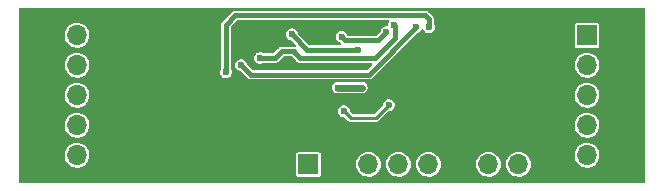
<source format=gbr>
%TF.GenerationSoftware,KiCad,Pcbnew,5.99.0-unknown-acf13a186~104~ubuntu20.04.1*%
%TF.CreationDate,2020-09-23T14:06:42+02:00*%
%TF.ProjectId,matrixctl,6d617472-6978-4637-946c-2e6b69636164,rev?*%
%TF.SameCoordinates,Original*%
%TF.FileFunction,Copper,L2,Bot*%
%TF.FilePolarity,Positive*%
%FSLAX46Y46*%
G04 Gerber Fmt 4.6, Leading zero omitted, Abs format (unit mm)*
G04 Created by KiCad (PCBNEW 5.99.0-unknown-acf13a186~104~ubuntu20.04.1) date 2020-09-23 14:06:42*
%MOMM*%
%LPD*%
G01*
G04 APERTURE LIST*
%TA.AperFunction,ComponentPad*%
%ADD10R,1.700000X1.700000*%
%TD*%
%TA.AperFunction,ComponentPad*%
%ADD11O,1.700000X1.700000*%
%TD*%
%TA.AperFunction,ComponentPad*%
%ADD12C,1.450000*%
%TD*%
%TA.AperFunction,ComponentPad*%
%ADD13O,1.200000X1.900000*%
%TD*%
%TA.AperFunction,ComponentPad*%
%ADD14C,0.600000*%
%TD*%
%TA.AperFunction,ViaPad*%
%ADD15C,0.600000*%
%TD*%
%TA.AperFunction,Conductor*%
%ADD16C,0.400000*%
%TD*%
%TA.AperFunction,Conductor*%
%ADD17C,0.250000*%
%TD*%
%TA.AperFunction,Conductor*%
%ADD18C,0.600000*%
%TD*%
G04 APERTURE END LIST*
D10*
%TO.P,J103,1,Pin_1*%
%TO.N,Net-(FB102-Pad2)*%
X121200000Y-117800000D03*
D11*
%TO.P,J103,2,Pin_2*%
%TO.N,GND*%
X123740000Y-117800000D03*
%TO.P,J103,3,Pin_3*%
%TO.N,/VIO*%
X126280000Y-117800000D03*
%TO.P,J103,4,Pin_4*%
%TO.N,/SDA*%
X128820000Y-117800000D03*
%TO.P,J103,5,Pin_5*%
%TO.N,/SCL*%
X131360000Y-117800000D03*
%TO.P,J103,6,Pin_6*%
%TO.N,GND*%
X133900000Y-117800000D03*
%TO.P,J103,7,Pin_7*%
%TO.N,/~INTB*%
X136440000Y-117800000D03*
%TO.P,J103,8,Pin_8*%
%TO.N,/~SDB*%
X138980000Y-117800000D03*
%TD*%
D12*
%TO.P,J104,6,Shield*%
%TO.N,GND*%
X110300000Y-115437500D03*
X115300000Y-115437500D03*
D13*
X109300000Y-118137500D03*
X116300000Y-118137500D03*
%TD*%
D14*
%TO.P,U101,29,PGND*%
%TO.N,GND*%
X131300000Y-110600000D03*
%TA.AperFunction,SMDPad,CuDef*%
G36*
G01*
X131550000Y-108600000D02*
X131550000Y-110600000D01*
G75*
G02*
X131300000Y-110850000I-250000J0D01*
G01*
X129300000Y-110850000D01*
G75*
G02*
X129050000Y-110600000I0J250000D01*
G01*
X129050000Y-108600000D01*
G75*
G02*
X129300000Y-108350000I250000J0D01*
G01*
X131300000Y-108350000D01*
G75*
G02*
X131550000Y-108600000I0J-250000D01*
G01*
G37*
%TD.AperFunction*%
X130300000Y-108600000D03*
X131300000Y-108600000D03*
X129300000Y-108600000D03*
X129300000Y-110600000D03*
X130300000Y-110600000D03*
X131300000Y-109600000D03*
X130300000Y-109600000D03*
X129300000Y-109600000D03*
%TD*%
D10*
%TO.P,J101,1,Pin_1*%
%TO.N,GND*%
X99060000Y-106875000D03*
D11*
%TO.P,J101,2,Pin_2*%
%TO.N,/CS5*%
X101600000Y-106875000D03*
%TO.P,J101,3,Pin_3*%
%TO.N,GND*%
X99060000Y-109415000D03*
%TO.P,J101,4,Pin_4*%
%TO.N,/CS4*%
X101600000Y-109415000D03*
%TO.P,J101,5,Pin_5*%
%TO.N,GND*%
X99060000Y-111955000D03*
%TO.P,J101,6,Pin_6*%
%TO.N,/CS3*%
X101600000Y-111955000D03*
%TO.P,J101,7,Pin_7*%
%TO.N,GND*%
X99060000Y-114495000D03*
%TO.P,J101,8,Pin_8*%
%TO.N,/CS2*%
X101600000Y-114495000D03*
%TO.P,J101,9,Pin_9*%
%TO.N,GND*%
X99060000Y-117035000D03*
%TO.P,J101,10,Pin_10*%
%TO.N,/CS1*%
X101600000Y-117035000D03*
%TD*%
D10*
%TO.P,J102,1,Pin_1*%
%TO.N,/SW5*%
X144780000Y-106875000D03*
D11*
%TO.P,J102,2,Pin_2*%
%TO.N,GND*%
X147320000Y-106875000D03*
%TO.P,J102,3,Pin_3*%
%TO.N,/SW4*%
X144780000Y-109415000D03*
%TO.P,J102,4,Pin_4*%
%TO.N,GND*%
X147320000Y-109415000D03*
%TO.P,J102,5,Pin_5*%
%TO.N,/SW3*%
X144780000Y-111955000D03*
%TO.P,J102,6,Pin_6*%
%TO.N,GND*%
X147320000Y-111955000D03*
%TO.P,J102,7,Pin_7*%
%TO.N,/SW2*%
X144780000Y-114495000D03*
%TO.P,J102,8,Pin_8*%
%TO.N,GND*%
X147320000Y-114495000D03*
%TO.P,J102,9,Pin_9*%
%TO.N,/SW1*%
X144780000Y-117035000D03*
%TO.P,J102,10,Pin_10*%
%TO.N,GND*%
X147320000Y-117035000D03*
%TD*%
D15*
%TO.N,GND*%
X104500000Y-107800000D03*
X142000000Y-118500000D03*
X122100000Y-111200000D03*
X109800000Y-112100000D03*
X117700000Y-106400000D03*
X126300000Y-106400000D03*
X103000000Y-113200000D03*
X143000000Y-108100000D03*
X113200000Y-106400000D03*
X142600000Y-115800000D03*
X119500000Y-117600000D03*
X137700000Y-116500000D03*
X120500000Y-106000000D03*
X143000000Y-110700000D03*
X123900000Y-106000000D03*
X140700000Y-109000000D03*
X126200000Y-116200000D03*
X118100000Y-108000000D03*
X111700000Y-110600000D03*
X106200000Y-115500000D03*
X117900000Y-111400000D03*
X115700000Y-111400000D03*
X115700000Y-107900000D03*
X143000000Y-113200000D03*
X140000000Y-113700000D03*
X143000000Y-105100000D03*
X104500000Y-104900000D03*
X132800000Y-111700000D03*
X125600000Y-112700000D03*
X137700000Y-118900000D03*
X103000000Y-108100000D03*
X109300000Y-109800000D03*
X124800000Y-109500000D03*
X103100000Y-110600000D03*
X102900000Y-115500000D03*
X115600000Y-106400000D03*
X137900000Y-111700000D03*
X106200000Y-118400000D03*
X106000000Y-106500000D03*
X119500000Y-109000000D03*
X136400000Y-113100000D03*
X108200000Y-108100000D03*
X132700000Y-105200000D03*
X109400000Y-106400000D03*
X132700000Y-107100000D03*
X139300000Y-110300000D03*
X113200000Y-107900000D03*
X119600000Y-114000000D03*
X105200000Y-110600000D03*
X102900000Y-118400000D03*
X105500000Y-113200000D03*
%TO.N,/CS1*%
X114200000Y-110000000D03*
X131400000Y-106200000D03*
%TO.N,/CS2*%
X115500000Y-109400000D03*
X130300000Y-106200000D03*
%TO.N,/CS3*%
X117100000Y-108800000D03*
X128400000Y-106000000D03*
%TO.N,/CS4*%
X124000000Y-107000000D03*
X127800000Y-106600000D03*
%TO.N,/CS5*%
X119800000Y-106800000D03*
X125400000Y-108099999D03*
%TO.N,Net-(TP101-Pad1)*%
X124200000Y-113300000D03*
X128000000Y-112800000D03*
%TO.N,VBUS*%
X125700000Y-111300000D03*
X123700000Y-111300000D03*
%TD*%
D16*
%TO.N,/CS1*%
X115000000Y-105200000D02*
X114200000Y-106000000D01*
X114200000Y-106000000D02*
X114200000Y-110000000D01*
X131100000Y-105200000D02*
X115000000Y-105200000D01*
X131400000Y-106200000D02*
X131400000Y-105500000D01*
X131400000Y-105500000D02*
X131100000Y-105200000D01*
%TO.N,/CS2*%
X116300001Y-110200001D02*
X115500000Y-109400000D01*
X130300000Y-106200000D02*
X126299999Y-110200001D01*
X126299999Y-110200001D02*
X116300001Y-110200001D01*
%TO.N,/CS3*%
X126800001Y-108799999D02*
X128500001Y-107099999D01*
X120050000Y-108350000D02*
X119950000Y-108250000D01*
X128500001Y-106100001D02*
X128400000Y-106000000D01*
X118400000Y-108800000D02*
X117100000Y-108800000D01*
X120499999Y-108799999D02*
X120050000Y-108350000D01*
X128500001Y-107099999D02*
X128500001Y-106100001D01*
X121400001Y-108799999D02*
X120499999Y-108799999D01*
X121400001Y-108799999D02*
X126800001Y-108799999D01*
X118950000Y-108250000D02*
X118400000Y-108800000D01*
X119950000Y-108250000D02*
X118950000Y-108250000D01*
%TO.N,/CS4*%
X124299999Y-107299999D02*
X127100001Y-107299999D01*
X127100001Y-107299999D02*
X127800000Y-106600000D01*
X124000000Y-107000000D02*
X124299999Y-107299999D01*
%TO.N,/CS5*%
X121099999Y-108099999D02*
X119800000Y-106800000D01*
X125400000Y-108099999D02*
X121099999Y-108099999D01*
D17*
%TO.N,Net-(TP101-Pad1)*%
X128000000Y-112800000D02*
X126900000Y-113900000D01*
X124800000Y-113900000D02*
X124200000Y-113300000D01*
X126900000Y-113900000D02*
X124800000Y-113900000D01*
D18*
%TO.N,VBUS*%
X123700000Y-111300000D02*
X125700000Y-111300000D01*
%TD*%
%TA.AperFunction,Conductor*%
%TO.N,GND*%
G36*
X149659500Y-119374500D02*
G01*
X96720500Y-119374500D01*
X96720500Y-117020270D01*
X100545103Y-117020270D01*
X100562332Y-117225448D01*
X100619086Y-117423371D01*
X100619088Y-117423375D01*
X100707336Y-117595087D01*
X100713202Y-117606502D01*
X100841097Y-117767865D01*
X100861547Y-117785269D01*
X100997897Y-117901313D01*
X101177629Y-118001762D01*
X101177632Y-118001763D01*
X101373454Y-118065389D01*
X101577906Y-118089769D01*
X101577909Y-118089769D01*
X101783201Y-118073972D01*
X101981512Y-118018603D01*
X102165299Y-117925765D01*
X102327548Y-117799002D01*
X102354425Y-117767865D01*
X102462088Y-117643136D01*
X102507497Y-117563201D01*
X102563789Y-117464110D01*
X102628784Y-117268730D01*
X102654589Y-117064456D01*
X102655001Y-117034998D01*
X102646667Y-116950000D01*
X120145000Y-116950000D01*
X120145000Y-118650000D01*
X120160605Y-118728450D01*
X120205043Y-118794957D01*
X120271550Y-118839395D01*
X120350000Y-118855000D01*
X122050000Y-118855000D01*
X122128450Y-118839395D01*
X122194957Y-118794957D01*
X122239395Y-118728450D01*
X122255000Y-118650000D01*
X122255000Y-117785270D01*
X125225103Y-117785270D01*
X125242332Y-117990448D01*
X125299086Y-118188371D01*
X125393202Y-118371502D01*
X125521097Y-118532865D01*
X125557682Y-118564001D01*
X125677897Y-118666313D01*
X125857629Y-118766762D01*
X125857632Y-118766763D01*
X126053454Y-118830389D01*
X126257906Y-118854769D01*
X126257909Y-118854769D01*
X126463201Y-118838972D01*
X126661512Y-118783603D01*
X126845299Y-118690765D01*
X127007548Y-118564002D01*
X127034425Y-118532865D01*
X127142088Y-118408136D01*
X127187497Y-118328201D01*
X127243789Y-118229110D01*
X127295397Y-118073972D01*
X127308783Y-118033734D01*
X127310695Y-118018603D01*
X127334589Y-117829456D01*
X127335001Y-117799998D01*
X127333557Y-117785270D01*
X127765103Y-117785270D01*
X127782332Y-117990448D01*
X127839086Y-118188371D01*
X127933202Y-118371502D01*
X128061097Y-118532865D01*
X128097682Y-118564001D01*
X128217897Y-118666313D01*
X128397629Y-118766762D01*
X128397632Y-118766763D01*
X128593454Y-118830389D01*
X128797906Y-118854769D01*
X128797909Y-118854769D01*
X129003201Y-118838972D01*
X129201512Y-118783603D01*
X129385299Y-118690765D01*
X129547548Y-118564002D01*
X129574425Y-118532865D01*
X129682088Y-118408136D01*
X129727497Y-118328201D01*
X129783789Y-118229110D01*
X129835397Y-118073972D01*
X129848783Y-118033734D01*
X129850695Y-118018603D01*
X129874589Y-117829456D01*
X129875001Y-117799998D01*
X129873557Y-117785270D01*
X130305103Y-117785270D01*
X130322332Y-117990448D01*
X130379086Y-118188371D01*
X130473202Y-118371502D01*
X130601097Y-118532865D01*
X130637682Y-118564001D01*
X130757897Y-118666313D01*
X130937629Y-118766762D01*
X130937632Y-118766763D01*
X131133454Y-118830389D01*
X131337906Y-118854769D01*
X131337909Y-118854769D01*
X131543201Y-118838972D01*
X131741512Y-118783603D01*
X131925299Y-118690765D01*
X132087548Y-118564002D01*
X132114425Y-118532865D01*
X132222088Y-118408136D01*
X132267497Y-118328201D01*
X132323789Y-118229110D01*
X132375397Y-118073972D01*
X132388783Y-118033734D01*
X132390695Y-118018603D01*
X132414589Y-117829456D01*
X132415001Y-117799998D01*
X132413557Y-117785270D01*
X135385103Y-117785270D01*
X135402332Y-117990448D01*
X135459086Y-118188371D01*
X135553202Y-118371502D01*
X135681097Y-118532865D01*
X135717682Y-118564001D01*
X135837897Y-118666313D01*
X136017629Y-118766762D01*
X136017632Y-118766763D01*
X136213454Y-118830389D01*
X136417906Y-118854769D01*
X136417909Y-118854769D01*
X136623201Y-118838972D01*
X136821512Y-118783603D01*
X137005299Y-118690765D01*
X137167548Y-118564002D01*
X137194425Y-118532865D01*
X137302088Y-118408136D01*
X137347497Y-118328201D01*
X137403789Y-118229110D01*
X137455397Y-118073972D01*
X137468783Y-118033734D01*
X137470695Y-118018603D01*
X137494589Y-117829456D01*
X137495001Y-117799998D01*
X137493557Y-117785270D01*
X137925103Y-117785270D01*
X137942332Y-117990448D01*
X137999086Y-118188371D01*
X138093202Y-118371502D01*
X138221097Y-118532865D01*
X138257682Y-118564001D01*
X138377897Y-118666313D01*
X138557629Y-118766762D01*
X138557632Y-118766763D01*
X138753454Y-118830389D01*
X138957906Y-118854769D01*
X138957909Y-118854769D01*
X139163201Y-118838972D01*
X139361512Y-118783603D01*
X139545299Y-118690765D01*
X139707548Y-118564002D01*
X139734425Y-118532865D01*
X139842088Y-118408136D01*
X139887497Y-118328201D01*
X139943789Y-118229110D01*
X139995397Y-118073972D01*
X140008783Y-118033734D01*
X140010695Y-118018603D01*
X140034589Y-117829456D01*
X140035001Y-117799998D01*
X140014909Y-117595087D01*
X140010552Y-117580654D01*
X139955396Y-117397971D01*
X139858732Y-117216172D01*
X139858731Y-117216170D01*
X139728596Y-117056610D01*
X139684670Y-117020270D01*
X143725103Y-117020270D01*
X143742332Y-117225448D01*
X143799086Y-117423371D01*
X143799088Y-117423375D01*
X143887336Y-117595087D01*
X143893202Y-117606502D01*
X144021097Y-117767865D01*
X144041547Y-117785269D01*
X144177897Y-117901313D01*
X144357629Y-118001762D01*
X144357632Y-118001763D01*
X144553454Y-118065389D01*
X144757906Y-118089769D01*
X144757909Y-118089769D01*
X144963201Y-118073972D01*
X145161512Y-118018603D01*
X145345299Y-117925765D01*
X145507548Y-117799002D01*
X145534425Y-117767865D01*
X145642088Y-117643136D01*
X145687497Y-117563201D01*
X145743789Y-117464110D01*
X145808784Y-117268730D01*
X145834589Y-117064456D01*
X145835001Y-117034998D01*
X145814909Y-116830087D01*
X145814109Y-116827435D01*
X145755396Y-116632971D01*
X145658732Y-116451172D01*
X145658731Y-116451170D01*
X145528596Y-116291610D01*
X145369952Y-116160366D01*
X145188831Y-116062435D01*
X145188829Y-116062434D01*
X144992137Y-116001548D01*
X144787365Y-115980026D01*
X144613886Y-115995814D01*
X144582311Y-115998687D01*
X144492482Y-116025126D01*
X144384790Y-116056821D01*
X144288981Y-116106909D01*
X144202324Y-116152212D01*
X144202322Y-116152213D01*
X144202321Y-116152214D01*
X144041855Y-116281231D01*
X144041852Y-116281234D01*
X143909505Y-116438959D01*
X143902792Y-116451170D01*
X143810312Y-116619391D01*
X143748054Y-116815653D01*
X143725103Y-117020270D01*
X139684670Y-117020270D01*
X139569952Y-116925366D01*
X139388831Y-116827435D01*
X139388829Y-116827434D01*
X139192137Y-116766548D01*
X138987365Y-116745026D01*
X138816179Y-116760605D01*
X138782311Y-116763687D01*
X138692482Y-116790126D01*
X138584790Y-116821821D01*
X138568979Y-116830087D01*
X138402324Y-116917212D01*
X138402322Y-116917213D01*
X138402321Y-116917214D01*
X138241855Y-117046231D01*
X138241852Y-117046234D01*
X138109505Y-117203959D01*
X138073897Y-117268730D01*
X138010312Y-117384391D01*
X137948054Y-117580653D01*
X137925103Y-117785270D01*
X137493557Y-117785270D01*
X137474909Y-117595087D01*
X137470552Y-117580654D01*
X137415396Y-117397971D01*
X137318732Y-117216172D01*
X137318731Y-117216170D01*
X137188596Y-117056610D01*
X137029952Y-116925366D01*
X136848831Y-116827435D01*
X136848829Y-116827434D01*
X136652137Y-116766548D01*
X136447365Y-116745026D01*
X136276179Y-116760605D01*
X136242311Y-116763687D01*
X136152482Y-116790126D01*
X136044790Y-116821821D01*
X136028979Y-116830087D01*
X135862324Y-116917212D01*
X135862322Y-116917213D01*
X135862321Y-116917214D01*
X135701855Y-117046231D01*
X135701852Y-117046234D01*
X135569505Y-117203959D01*
X135533897Y-117268730D01*
X135470312Y-117384391D01*
X135408054Y-117580653D01*
X135385103Y-117785270D01*
X132413557Y-117785270D01*
X132394909Y-117595087D01*
X132390552Y-117580654D01*
X132335396Y-117397971D01*
X132238732Y-117216172D01*
X132238731Y-117216170D01*
X132108596Y-117056610D01*
X131949952Y-116925366D01*
X131768831Y-116827435D01*
X131768829Y-116827434D01*
X131572137Y-116766548D01*
X131367365Y-116745026D01*
X131196179Y-116760605D01*
X131162311Y-116763687D01*
X131072482Y-116790126D01*
X130964790Y-116821821D01*
X130948979Y-116830087D01*
X130782324Y-116917212D01*
X130782322Y-116917213D01*
X130782321Y-116917214D01*
X130621855Y-117046231D01*
X130621852Y-117046234D01*
X130489505Y-117203959D01*
X130453897Y-117268730D01*
X130390312Y-117384391D01*
X130328054Y-117580653D01*
X130305103Y-117785270D01*
X129873557Y-117785270D01*
X129854909Y-117595087D01*
X129850552Y-117580654D01*
X129795396Y-117397971D01*
X129698732Y-117216172D01*
X129698731Y-117216170D01*
X129568596Y-117056610D01*
X129409952Y-116925366D01*
X129228831Y-116827435D01*
X129228829Y-116827434D01*
X129032137Y-116766548D01*
X128827365Y-116745026D01*
X128656179Y-116760605D01*
X128622311Y-116763687D01*
X128532482Y-116790126D01*
X128424790Y-116821821D01*
X128408979Y-116830087D01*
X128242324Y-116917212D01*
X128242322Y-116917213D01*
X128242321Y-116917214D01*
X128081855Y-117046231D01*
X128081852Y-117046234D01*
X127949505Y-117203959D01*
X127913897Y-117268730D01*
X127850312Y-117384391D01*
X127788054Y-117580653D01*
X127765103Y-117785270D01*
X127333557Y-117785270D01*
X127314909Y-117595087D01*
X127310552Y-117580654D01*
X127255396Y-117397971D01*
X127158732Y-117216172D01*
X127158731Y-117216170D01*
X127028596Y-117056610D01*
X126869952Y-116925366D01*
X126688831Y-116827435D01*
X126688829Y-116827434D01*
X126492137Y-116766548D01*
X126287365Y-116745026D01*
X126116179Y-116760605D01*
X126082311Y-116763687D01*
X125992482Y-116790126D01*
X125884790Y-116821821D01*
X125868979Y-116830087D01*
X125702324Y-116917212D01*
X125702322Y-116917213D01*
X125702321Y-116917214D01*
X125541855Y-117046231D01*
X125541852Y-117046234D01*
X125409505Y-117203959D01*
X125373897Y-117268730D01*
X125310312Y-117384391D01*
X125248054Y-117580653D01*
X125225103Y-117785270D01*
X122255000Y-117785270D01*
X122255000Y-116950000D01*
X122239395Y-116871550D01*
X122194957Y-116805043D01*
X122128450Y-116760605D01*
X122050000Y-116745000D01*
X120350000Y-116745000D01*
X120271550Y-116760605D01*
X120205043Y-116805043D01*
X120160605Y-116871550D01*
X120145000Y-116950000D01*
X102646667Y-116950000D01*
X102634909Y-116830087D01*
X102634109Y-116827435D01*
X102575396Y-116632971D01*
X102478732Y-116451172D01*
X102478731Y-116451170D01*
X102348596Y-116291610D01*
X102189952Y-116160366D01*
X102008831Y-116062435D01*
X102008829Y-116062434D01*
X101812137Y-116001548D01*
X101607365Y-115980026D01*
X101433886Y-115995814D01*
X101402311Y-115998687D01*
X101312482Y-116025126D01*
X101204790Y-116056821D01*
X101108981Y-116106909D01*
X101022324Y-116152212D01*
X101022322Y-116152213D01*
X101022321Y-116152214D01*
X100861855Y-116281231D01*
X100861852Y-116281234D01*
X100729505Y-116438959D01*
X100722792Y-116451170D01*
X100630312Y-116619391D01*
X100568054Y-116815653D01*
X100545103Y-117020270D01*
X96720500Y-117020270D01*
X96720500Y-114480270D01*
X100545103Y-114480270D01*
X100562332Y-114685448D01*
X100619086Y-114883371D01*
X100713202Y-115066502D01*
X100841097Y-115227865D01*
X100877682Y-115259001D01*
X100997897Y-115361313D01*
X101177629Y-115461762D01*
X101177632Y-115461763D01*
X101373454Y-115525389D01*
X101577906Y-115549769D01*
X101577909Y-115549769D01*
X101783201Y-115533972D01*
X101981512Y-115478603D01*
X102165299Y-115385765D01*
X102327548Y-115259002D01*
X102354425Y-115227865D01*
X102462088Y-115103136D01*
X102507497Y-115023201D01*
X102563789Y-114924110D01*
X102628784Y-114728730D01*
X102654589Y-114524456D01*
X102655001Y-114494998D01*
X102653557Y-114480270D01*
X143725103Y-114480270D01*
X143742332Y-114685448D01*
X143799086Y-114883371D01*
X143893202Y-115066502D01*
X144021097Y-115227865D01*
X144057682Y-115259001D01*
X144177897Y-115361313D01*
X144357629Y-115461762D01*
X144357632Y-115461763D01*
X144553454Y-115525389D01*
X144757906Y-115549769D01*
X144757909Y-115549769D01*
X144963201Y-115533972D01*
X145161512Y-115478603D01*
X145345299Y-115385765D01*
X145507548Y-115259002D01*
X145534425Y-115227865D01*
X145642088Y-115103136D01*
X145687497Y-115023201D01*
X145743789Y-114924110D01*
X145808784Y-114728730D01*
X145834589Y-114524456D01*
X145835001Y-114494998D01*
X145814909Y-114290087D01*
X145810552Y-114275654D01*
X145755396Y-114092971D01*
X145658732Y-113911172D01*
X145658731Y-113911170D01*
X145528596Y-113751610D01*
X145369952Y-113620366D01*
X145188831Y-113522435D01*
X145188829Y-113522434D01*
X144992137Y-113461548D01*
X144787365Y-113440026D01*
X144613886Y-113455814D01*
X144582311Y-113458687D01*
X144492482Y-113485126D01*
X144384790Y-113516821D01*
X144288981Y-113566909D01*
X144202324Y-113612212D01*
X144202322Y-113612213D01*
X144202321Y-113612214D01*
X144041855Y-113741231D01*
X144041852Y-113741234D01*
X143909505Y-113898959D01*
X143902792Y-113911170D01*
X143810312Y-114079391D01*
X143748054Y-114275653D01*
X143725103Y-114480270D01*
X102653557Y-114480270D01*
X102634909Y-114290087D01*
X102630552Y-114275654D01*
X102575396Y-114092971D01*
X102478732Y-113911172D01*
X102478731Y-113911170D01*
X102348596Y-113751610D01*
X102189952Y-113620366D01*
X102008831Y-113522435D01*
X102008829Y-113522434D01*
X101812137Y-113461548D01*
X101607365Y-113440026D01*
X101433886Y-113455814D01*
X101402311Y-113458687D01*
X101312482Y-113485126D01*
X101204790Y-113516821D01*
X101108981Y-113566909D01*
X101022324Y-113612212D01*
X101022322Y-113612213D01*
X101022321Y-113612214D01*
X100861855Y-113741231D01*
X100861852Y-113741234D01*
X100729505Y-113898959D01*
X100722792Y-113911170D01*
X100630312Y-114079391D01*
X100568054Y-114275653D01*
X100545103Y-114480270D01*
X96720500Y-114480270D01*
X96720500Y-113293824D01*
X123694537Y-113293824D01*
X123713120Y-113435938D01*
X123751180Y-113522434D01*
X123770845Y-113567126D01*
X123863068Y-113676838D01*
X123982377Y-113756257D01*
X124070888Y-113783910D01*
X124119182Y-113798998D01*
X124178906Y-113800092D01*
X124240903Y-113801228D01*
X124559956Y-114120282D01*
X124587559Y-114153178D01*
X124587561Y-114153179D01*
X124624965Y-114174775D01*
X124660325Y-114199534D01*
X124674367Y-114203297D01*
X124681638Y-114207494D01*
X124686962Y-114210568D01*
X124721988Y-114216744D01*
X124729487Y-114218067D01*
X124750341Y-114223654D01*
X124771194Y-114229242D01*
X124771195Y-114229242D01*
X124779748Y-114228494D01*
X124813965Y-114225500D01*
X126886035Y-114225500D01*
X126928805Y-114229242D01*
X126970508Y-114218067D01*
X127013036Y-114210569D01*
X127013038Y-114210568D01*
X127025633Y-114203296D01*
X127035913Y-114200542D01*
X127039675Y-114199534D01*
X127055154Y-114188695D01*
X127075034Y-114174775D01*
X127112441Y-114153178D01*
X127112442Y-114153177D01*
X127140052Y-114120273D01*
X127960571Y-113299756D01*
X128060678Y-113301591D01*
X128062480Y-113301624D01*
X128062481Y-113301624D01*
X128131619Y-113282775D01*
X128200759Y-113263925D01*
X128322896Y-113188932D01*
X128356137Y-113152208D01*
X128419078Y-113082672D01*
X128481570Y-112953689D01*
X128500509Y-112841118D01*
X128505349Y-112812352D01*
X128505352Y-112812067D01*
X128505500Y-112800000D01*
X128485182Y-112658123D01*
X128425860Y-112527651D01*
X128425860Y-112527650D01*
X128332303Y-112419074D01*
X128212033Y-112341118D01*
X128074718Y-112300051D01*
X127931398Y-112299177D01*
X127931396Y-112299177D01*
X127793589Y-112338562D01*
X127793586Y-112338563D01*
X127672375Y-112415041D01*
X127597351Y-112499991D01*
X127577499Y-112522469D01*
X127519899Y-112645154D01*
X127516587Y-112652208D01*
X127494538Y-112793822D01*
X127494538Y-112793824D01*
X127500472Y-112839201D01*
X126765174Y-113574500D01*
X124934827Y-113574500D01*
X124704955Y-113344629D01*
X124705500Y-113299998D01*
X124685182Y-113158124D01*
X124682493Y-113152208D01*
X124625860Y-113027651D01*
X124625860Y-113027650D01*
X124532303Y-112919074D01*
X124412033Y-112841118D01*
X124274718Y-112800051D01*
X124131398Y-112799177D01*
X124131396Y-112799177D01*
X123993589Y-112838562D01*
X123993586Y-112838563D01*
X123872375Y-112915041D01*
X123838244Y-112953688D01*
X123777499Y-113022469D01*
X123749234Y-113082672D01*
X123716587Y-113152208D01*
X123694537Y-113293824D01*
X96720500Y-113293824D01*
X96720500Y-111940270D01*
X100545103Y-111940270D01*
X100562332Y-112145448D01*
X100619086Y-112343371D01*
X100619088Y-112343375D01*
X100655920Y-112415042D01*
X100713202Y-112526502D01*
X100841097Y-112687865D01*
X100877682Y-112719001D01*
X100997897Y-112821313D01*
X101177629Y-112921762D01*
X101177632Y-112921763D01*
X101373454Y-112985389D01*
X101577906Y-113009769D01*
X101577909Y-113009769D01*
X101783201Y-112993972D01*
X101981512Y-112938603D01*
X102165299Y-112845765D01*
X102327548Y-112719002D01*
X102354425Y-112687865D01*
X102462088Y-112563136D01*
X102507497Y-112483201D01*
X102563789Y-112384110D01*
X102628784Y-112188730D01*
X102654589Y-111984456D01*
X102655001Y-111954998D01*
X102653557Y-111940270D01*
X143725103Y-111940270D01*
X143742332Y-112145448D01*
X143799086Y-112343371D01*
X143799088Y-112343375D01*
X143835920Y-112415042D01*
X143893202Y-112526502D01*
X144021097Y-112687865D01*
X144057682Y-112719001D01*
X144177897Y-112821313D01*
X144357629Y-112921762D01*
X144357632Y-112921763D01*
X144553454Y-112985389D01*
X144757906Y-113009769D01*
X144757909Y-113009769D01*
X144963201Y-112993972D01*
X145161512Y-112938603D01*
X145345299Y-112845765D01*
X145507548Y-112719002D01*
X145534425Y-112687865D01*
X145642088Y-112563136D01*
X145687497Y-112483201D01*
X145743789Y-112384110D01*
X145808784Y-112188730D01*
X145834589Y-111984456D01*
X145835001Y-111954998D01*
X145814909Y-111750087D01*
X145810552Y-111735654D01*
X145755396Y-111552971D01*
X145658732Y-111371172D01*
X145658731Y-111371170D01*
X145528596Y-111211610D01*
X145369952Y-111080366D01*
X145188831Y-110982435D01*
X145188829Y-110982434D01*
X144992137Y-110921548D01*
X144787365Y-110900026D01*
X144613886Y-110915814D01*
X144582311Y-110918687D01*
X144499065Y-110943188D01*
X144384790Y-110976821D01*
X144346909Y-110996625D01*
X144202324Y-111072212D01*
X144202322Y-111072213D01*
X144202321Y-111072214D01*
X144041855Y-111201231D01*
X144041852Y-111201234D01*
X143909505Y-111358959D01*
X143885980Y-111401752D01*
X143810312Y-111539391D01*
X143748054Y-111735653D01*
X143725103Y-111940270D01*
X102653557Y-111940270D01*
X102634909Y-111750087D01*
X102630552Y-111735654D01*
X102575396Y-111552971D01*
X102478732Y-111371172D01*
X102478731Y-111371170D01*
X102415649Y-111293824D01*
X123194538Y-111293824D01*
X123196961Y-111312350D01*
X123199406Y-111331051D01*
X123199177Y-111368604D01*
X123208651Y-111401752D01*
X123213121Y-111435938D01*
X123228245Y-111470312D01*
X123238562Y-111506411D01*
X123256959Y-111535570D01*
X123270844Y-111567125D01*
X123270845Y-111567126D01*
X123295004Y-111595866D01*
X123315042Y-111627625D01*
X123340884Y-111650448D01*
X123363068Y-111676838D01*
X123394325Y-111697645D01*
X123422467Y-111722500D01*
X123422469Y-111722501D01*
X123453679Y-111737154D01*
X123482377Y-111756257D01*
X123482381Y-111756259D01*
X123518221Y-111767456D01*
X123552206Y-111783412D01*
X123586272Y-111788716D01*
X123593391Y-111790940D01*
X123619180Y-111798997D01*
X123656722Y-111799685D01*
X123661955Y-111800500D01*
X123701168Y-111800500D01*
X123756642Y-111801517D01*
X123762479Y-111801624D01*
X123762481Y-111801624D01*
X123766604Y-111800500D01*
X125701168Y-111800500D01*
X125762481Y-111801624D01*
X125801672Y-111790940D01*
X125841877Y-111785182D01*
X125845772Y-111783411D01*
X125870465Y-111772184D01*
X125900758Y-111763925D01*
X125935368Y-111742674D01*
X125972349Y-111725860D01*
X125972351Y-111725859D01*
X125984245Y-111715609D01*
X125996141Y-111705359D01*
X126022897Y-111688931D01*
X126050153Y-111658819D01*
X126080926Y-111632303D01*
X126098006Y-111605952D01*
X126119078Y-111582672D01*
X126136787Y-111546122D01*
X126158882Y-111512033D01*
X126158883Y-111512032D01*
X126167881Y-111481943D01*
X126181570Y-111453688D01*
X126188308Y-111413640D01*
X126199948Y-111374718D01*
X126200140Y-111343313D01*
X126205349Y-111312353D01*
X126205354Y-111311935D01*
X126205500Y-111300000D01*
X126200613Y-111265872D01*
X126200823Y-111231396D01*
X126190505Y-111195295D01*
X126185182Y-111158123D01*
X126182493Y-111152207D01*
X126170912Y-111126738D01*
X126161438Y-111093589D01*
X126141403Y-111061833D01*
X126125860Y-111027651D01*
X126103357Y-111001535D01*
X126084959Y-110972377D01*
X126084958Y-110972375D01*
X126056811Y-110947516D01*
X126032303Y-110919074D01*
X126032302Y-110919073D01*
X126003375Y-110900324D01*
X125977531Y-110877499D01*
X125943549Y-110861544D01*
X125912035Y-110841119D01*
X125912034Y-110841119D01*
X125912033Y-110841118D01*
X125879000Y-110831239D01*
X125847794Y-110816588D01*
X125810698Y-110810812D01*
X125774719Y-110800052D01*
X125767822Y-110800010D01*
X125740238Y-110799841D01*
X125738045Y-110799500D01*
X125684302Y-110799500D01*
X125638450Y-110799220D01*
X125631400Y-110799177D01*
X125631396Y-110799177D01*
X125630266Y-110799500D01*
X123684302Y-110799500D01*
X123635175Y-110799200D01*
X123631398Y-110799177D01*
X123631396Y-110799177D01*
X123595295Y-110809495D01*
X123562260Y-110814226D01*
X123558122Y-110814818D01*
X123542430Y-110821953D01*
X123526737Y-110829088D01*
X123493589Y-110838562D01*
X123461833Y-110858597D01*
X123427651Y-110874140D01*
X123401535Y-110896643D01*
X123384480Y-110907404D01*
X123372375Y-110915042D01*
X123347516Y-110943189D01*
X123319074Y-110967697D01*
X123319073Y-110967698D01*
X123309522Y-110982434D01*
X123300324Y-110996625D01*
X123277499Y-111022469D01*
X123261545Y-111056450D01*
X123241119Y-111087965D01*
X123241118Y-111087967D01*
X123231239Y-111121000D01*
X123216588Y-111152206D01*
X123216588Y-111152207D01*
X123210812Y-111189302D01*
X123200052Y-111225281D01*
X123199841Y-111259758D01*
X123198889Y-111265874D01*
X123194538Y-111293824D01*
X102415649Y-111293824D01*
X102348596Y-111211610D01*
X102189952Y-111080366D01*
X102008831Y-110982435D01*
X102008829Y-110982434D01*
X101812137Y-110921548D01*
X101607365Y-110900026D01*
X101433886Y-110915814D01*
X101402311Y-110918687D01*
X101319065Y-110943188D01*
X101204790Y-110976821D01*
X101166909Y-110996625D01*
X101022324Y-111072212D01*
X101022322Y-111072213D01*
X101022321Y-111072214D01*
X100861855Y-111201231D01*
X100861852Y-111201234D01*
X100729505Y-111358959D01*
X100705980Y-111401752D01*
X100630312Y-111539391D01*
X100568054Y-111735653D01*
X100545103Y-111940270D01*
X96720500Y-111940270D01*
X96720500Y-109400270D01*
X100545103Y-109400270D01*
X100562332Y-109605448D01*
X100619086Y-109803371D01*
X100619088Y-109803375D01*
X100647225Y-109858123D01*
X100713202Y-109986502D01*
X100841097Y-110147865D01*
X100877682Y-110179001D01*
X100997897Y-110281313D01*
X101177629Y-110381762D01*
X101177632Y-110381763D01*
X101373454Y-110445389D01*
X101577906Y-110469769D01*
X101577909Y-110469769D01*
X101783201Y-110453972D01*
X101981512Y-110398603D01*
X102165299Y-110305765D01*
X102327548Y-110179002D01*
X102327549Y-110179001D01*
X102462088Y-110023136D01*
X102478739Y-109993824D01*
X113694537Y-109993824D01*
X113713120Y-110135938D01*
X113732069Y-110179002D01*
X113770845Y-110267126D01*
X113863068Y-110376838D01*
X113982377Y-110456257D01*
X114107744Y-110495424D01*
X114119183Y-110498998D01*
X114262479Y-110501624D01*
X114262481Y-110501624D01*
X114379323Y-110469769D01*
X114400759Y-110463925D01*
X114522896Y-110388932D01*
X114598174Y-110305766D01*
X114619078Y-110282672D01*
X114681570Y-110153689D01*
X114689496Y-110106576D01*
X114705349Y-110012352D01*
X114705352Y-110012067D01*
X114705500Y-110000000D01*
X114685182Y-109858123D01*
X114625860Y-109727651D01*
X114600500Y-109698220D01*
X114600500Y-106165893D01*
X115165894Y-105600500D01*
X128034764Y-105600500D01*
X127977501Y-105722467D01*
X127977499Y-105722469D01*
X127916588Y-105852206D01*
X127916587Y-105852209D01*
X127894537Y-105993827D01*
X127908447Y-106100258D01*
X127874718Y-106100052D01*
X127743959Y-106099254D01*
X127731397Y-106099177D01*
X127731396Y-106099177D01*
X127593589Y-106138562D01*
X127593586Y-106138563D01*
X127472375Y-106215041D01*
X127415925Y-106278960D01*
X127377499Y-106322469D01*
X127316588Y-106452206D01*
X127304636Y-106528971D01*
X126934108Y-106899499D01*
X124503993Y-106899499D01*
X124485182Y-106858126D01*
X124485182Y-106858123D01*
X124455947Y-106793824D01*
X124425861Y-106727651D01*
X124332303Y-106619074D01*
X124212033Y-106541118D01*
X124074718Y-106500051D01*
X123931398Y-106499177D01*
X123931396Y-106499177D01*
X123793589Y-106538562D01*
X123793586Y-106538563D01*
X123672375Y-106615041D01*
X123623761Y-106670087D01*
X123577499Y-106722469D01*
X123522768Y-106839043D01*
X123516587Y-106852208D01*
X123494537Y-106993824D01*
X123513120Y-107135938D01*
X123570845Y-107267126D01*
X123663068Y-107376838D01*
X123782376Y-107456257D01*
X123853257Y-107478401D01*
X123919180Y-107498997D01*
X123919181Y-107498997D01*
X123938703Y-107505096D01*
X123971863Y-107538256D01*
X123978863Y-107551557D01*
X123975678Y-107553233D01*
X123991870Y-107585012D01*
X123982299Y-107645444D01*
X123939034Y-107688709D01*
X123894089Y-107699499D01*
X121265893Y-107699499D01*
X120295322Y-106728929D01*
X120285182Y-106658123D01*
X120231983Y-106541118D01*
X120225860Y-106527650D01*
X120132303Y-106419074D01*
X120012033Y-106341118D01*
X119874718Y-106300051D01*
X119731398Y-106299177D01*
X119731396Y-106299177D01*
X119602767Y-106335939D01*
X119593586Y-106338563D01*
X119472375Y-106415041D01*
X119433208Y-106459390D01*
X119377499Y-106522469D01*
X119319899Y-106645154D01*
X119316587Y-106652208D01*
X119294537Y-106793824D01*
X119313120Y-106935938D01*
X119370845Y-107067126D01*
X119463068Y-107176838D01*
X119582376Y-107256257D01*
X119653257Y-107278401D01*
X119719180Y-107298997D01*
X119719181Y-107298997D01*
X119738703Y-107305096D01*
X120121306Y-107687698D01*
X120149083Y-107742215D01*
X120139512Y-107802647D01*
X120096247Y-107845912D01*
X120020712Y-107851857D01*
X120013436Y-107849493D01*
X119886567Y-107849493D01*
X119886545Y-107849500D01*
X119013455Y-107849500D01*
X119013433Y-107849493D01*
X118886565Y-107849493D01*
X118856215Y-107859354D01*
X118824694Y-107864347D01*
X118796257Y-107878836D01*
X118781082Y-107883767D01*
X118765905Y-107888698D01*
X118740087Y-107907456D01*
X118711653Y-107921944D01*
X118621945Y-108011651D01*
X118621933Y-108011675D01*
X118234107Y-108399500D01*
X117402104Y-108399500D01*
X117312033Y-108341118D01*
X117312032Y-108341118D01*
X117312031Y-108341117D01*
X117174718Y-108300051D01*
X117031398Y-108299177D01*
X117031396Y-108299177D01*
X116894415Y-108338326D01*
X116893586Y-108338563D01*
X116772375Y-108415041D01*
X116748183Y-108442434D01*
X116677499Y-108522469D01*
X116619899Y-108645154D01*
X116616587Y-108652208D01*
X116594537Y-108793824D01*
X116613120Y-108935938D01*
X116658181Y-109038346D01*
X116670845Y-109067126D01*
X116763068Y-109176838D01*
X116882377Y-109256257D01*
X117007744Y-109295424D01*
X117019183Y-109298998D01*
X117162479Y-109301624D01*
X117162481Y-109301624D01*
X117254666Y-109276491D01*
X117300759Y-109263925D01*
X117404055Y-109200500D01*
X118336545Y-109200500D01*
X118336567Y-109200507D01*
X118463435Y-109200507D01*
X118493786Y-109190646D01*
X118525307Y-109185653D01*
X118553745Y-109171163D01*
X118584093Y-109161302D01*
X118609907Y-109142548D01*
X118638346Y-109128057D01*
X118728055Y-109038349D01*
X118728067Y-109038325D01*
X119115893Y-108650500D01*
X119784108Y-108650500D01*
X120171932Y-109038325D01*
X120171943Y-109038346D01*
X120261652Y-109128055D01*
X120261654Y-109128056D01*
X120261655Y-109128057D01*
X120290089Y-109142544D01*
X120315906Y-109161301D01*
X120346255Y-109171162D01*
X120374692Y-109185652D01*
X120406213Y-109190645D01*
X120436564Y-109200506D01*
X120563433Y-109200506D01*
X120563455Y-109200499D01*
X126494101Y-109200499D01*
X126552292Y-109219406D01*
X126588256Y-109268906D01*
X126588256Y-109330092D01*
X126564105Y-109369503D01*
X126134106Y-109799501D01*
X116465894Y-109799501D01*
X115995322Y-109328930D01*
X115985182Y-109258123D01*
X115982492Y-109252206D01*
X115925860Y-109127650D01*
X115832303Y-109019074D01*
X115712033Y-108941118D01*
X115574718Y-108900051D01*
X115431398Y-108899177D01*
X115431396Y-108899177D01*
X115302767Y-108935939D01*
X115293586Y-108938563D01*
X115172375Y-109015041D01*
X115126376Y-109067126D01*
X115077499Y-109122469D01*
X115019899Y-109245154D01*
X115016587Y-109252208D01*
X114994537Y-109393824D01*
X115013120Y-109535938D01*
X115070845Y-109667126D01*
X115163068Y-109776838D01*
X115282376Y-109856257D01*
X115353257Y-109878401D01*
X115419180Y-109898997D01*
X115419181Y-109898997D01*
X115438703Y-109905096D01*
X115971936Y-110438329D01*
X115971945Y-110438348D01*
X116061654Y-110528057D01*
X116090089Y-110542545D01*
X116090092Y-110542547D01*
X116115908Y-110561304D01*
X116136397Y-110567961D01*
X116146258Y-110571165D01*
X116174695Y-110585654D01*
X116206216Y-110590647D01*
X116236566Y-110600508D01*
X116363434Y-110600508D01*
X116363456Y-110600501D01*
X126236544Y-110600501D01*
X126236566Y-110600508D01*
X126363434Y-110600508D01*
X126393785Y-110590647D01*
X126425306Y-110585654D01*
X126453744Y-110571164D01*
X126484092Y-110561303D01*
X126509906Y-110542549D01*
X126538345Y-110528058D01*
X126628054Y-110438350D01*
X126628066Y-110438326D01*
X127666122Y-109400270D01*
X143725103Y-109400270D01*
X143742332Y-109605448D01*
X143799086Y-109803371D01*
X143799088Y-109803375D01*
X143827225Y-109858123D01*
X143893202Y-109986502D01*
X144021097Y-110147865D01*
X144057682Y-110179001D01*
X144177897Y-110281313D01*
X144357629Y-110381762D01*
X144357632Y-110381763D01*
X144553454Y-110445389D01*
X144757906Y-110469769D01*
X144757909Y-110469769D01*
X144963201Y-110453972D01*
X145161512Y-110398603D01*
X145345299Y-110305765D01*
X145507548Y-110179002D01*
X145507549Y-110179001D01*
X145642088Y-110023136D01*
X145712466Y-109899248D01*
X145743789Y-109844110D01*
X145784254Y-109722469D01*
X145808783Y-109648734D01*
X145814252Y-109605448D01*
X145834589Y-109444456D01*
X145835001Y-109414998D01*
X145814909Y-109210087D01*
X145812017Y-109200506D01*
X145755396Y-109012971D01*
X145658732Y-108831172D01*
X145658731Y-108831170D01*
X145528596Y-108671610D01*
X145369952Y-108540366D01*
X145188831Y-108442435D01*
X145188829Y-108442434D01*
X144992137Y-108381548D01*
X144787365Y-108360026D01*
X144613886Y-108375814D01*
X144582311Y-108378687D01*
X144511596Y-108399500D01*
X144384790Y-108436821D01*
X144288981Y-108486909D01*
X144202324Y-108532212D01*
X144202322Y-108532213D01*
X144202321Y-108532214D01*
X144041855Y-108661231D01*
X144041852Y-108661234D01*
X143909505Y-108818959D01*
X143902792Y-108831170D01*
X143810312Y-108999391D01*
X143748054Y-109195653D01*
X143725103Y-109400270D01*
X127666122Y-109400270D01*
X130365628Y-106700766D01*
X130500759Y-106663925D01*
X130622896Y-106588932D01*
X130666175Y-106541118D01*
X130719078Y-106482672D01*
X130761185Y-106395764D01*
X130803571Y-106351640D01*
X130863799Y-106340858D01*
X130918862Y-106367535D01*
X130940894Y-106399058D01*
X130970845Y-106467126D01*
X131063068Y-106576838D01*
X131182377Y-106656257D01*
X131307744Y-106695424D01*
X131319183Y-106698998D01*
X131462479Y-106701624D01*
X131462481Y-106701624D01*
X131554666Y-106676491D01*
X131600759Y-106663925D01*
X131722896Y-106588932D01*
X131766175Y-106541118D01*
X131819078Y-106482672D01*
X131881570Y-106353689D01*
X131892088Y-106291170D01*
X131905349Y-106212352D01*
X131905352Y-106212067D01*
X131905500Y-106200000D01*
X131885182Y-106058123D01*
X131870122Y-106025000D01*
X143725000Y-106025000D01*
X143725000Y-107725000D01*
X143740605Y-107803450D01*
X143785043Y-107869957D01*
X143851550Y-107914395D01*
X143930000Y-107930000D01*
X145630000Y-107930000D01*
X145708450Y-107914395D01*
X145774957Y-107869957D01*
X145819395Y-107803450D01*
X145835000Y-107725000D01*
X145835000Y-106025000D01*
X145819395Y-105946550D01*
X145774957Y-105880043D01*
X145708450Y-105835605D01*
X145630000Y-105820000D01*
X143930000Y-105820000D01*
X143851550Y-105835605D01*
X143785043Y-105880043D01*
X143740605Y-105946550D01*
X143725000Y-106025000D01*
X131870122Y-106025000D01*
X131825860Y-105927651D01*
X131800500Y-105898220D01*
X131800500Y-105563455D01*
X131800507Y-105563433D01*
X131800507Y-105436566D01*
X131790646Y-105406216D01*
X131785653Y-105374694D01*
X131771164Y-105346257D01*
X131767960Y-105336396D01*
X131761303Y-105315907D01*
X131742545Y-105290090D01*
X131728057Y-105261655D01*
X131728056Y-105261653D01*
X131638347Y-105171944D01*
X131638326Y-105171933D01*
X131428067Y-104961675D01*
X131428055Y-104961651D01*
X131338346Y-104871943D01*
X131309907Y-104857452D01*
X131284093Y-104838698D01*
X131253745Y-104828837D01*
X131225307Y-104814347D01*
X131193786Y-104809354D01*
X131163435Y-104799493D01*
X131036567Y-104799493D01*
X131036545Y-104799500D01*
X115063455Y-104799500D01*
X115063433Y-104799493D01*
X114936566Y-104799493D01*
X114906215Y-104809354D01*
X114874694Y-104814347D01*
X114846257Y-104828836D01*
X114836396Y-104832040D01*
X114815907Y-104838697D01*
X114815905Y-104838698D01*
X114815906Y-104838698D01*
X114790088Y-104857456D01*
X114761653Y-104871944D01*
X114671944Y-104961653D01*
X114671935Y-104961672D01*
X114287351Y-105346257D01*
X113961675Y-105671933D01*
X113961653Y-105671944D01*
X113871944Y-105761654D01*
X113857456Y-105790089D01*
X113843827Y-105808848D01*
X113838697Y-105815908D01*
X113837359Y-105820027D01*
X113828836Y-105846258D01*
X113825804Y-105852209D01*
X113814347Y-105874695D01*
X113809354Y-105906216D01*
X113802390Y-105927650D01*
X113799493Y-105936567D01*
X113799493Y-106063433D01*
X113799500Y-106063455D01*
X113799501Y-109697556D01*
X113777499Y-109722469D01*
X113720389Y-109844110D01*
X113716587Y-109852209D01*
X113694537Y-109993824D01*
X102478739Y-109993824D01*
X102532466Y-109899248D01*
X102563789Y-109844110D01*
X102604254Y-109722469D01*
X102628783Y-109648734D01*
X102634252Y-109605448D01*
X102654589Y-109444456D01*
X102655001Y-109414998D01*
X102634909Y-109210087D01*
X102632017Y-109200506D01*
X102575396Y-109012971D01*
X102478732Y-108831172D01*
X102478731Y-108831170D01*
X102348596Y-108671610D01*
X102189952Y-108540366D01*
X102008831Y-108442435D01*
X102008829Y-108442434D01*
X101812137Y-108381548D01*
X101607365Y-108360026D01*
X101433886Y-108375814D01*
X101402311Y-108378687D01*
X101331596Y-108399500D01*
X101204790Y-108436821D01*
X101108981Y-108486909D01*
X101022324Y-108532212D01*
X101022322Y-108532213D01*
X101022321Y-108532214D01*
X100861855Y-108661231D01*
X100861852Y-108661234D01*
X100729505Y-108818959D01*
X100722792Y-108831170D01*
X100630312Y-108999391D01*
X100568054Y-109195653D01*
X100545103Y-109400270D01*
X96720500Y-109400270D01*
X96720500Y-106860270D01*
X100545103Y-106860270D01*
X100562332Y-107065448D01*
X100619086Y-107263371D01*
X100619088Y-107263375D01*
X100677400Y-107376838D01*
X100713202Y-107446502D01*
X100841097Y-107607865D01*
X100877682Y-107639001D01*
X100997897Y-107741313D01*
X101177629Y-107841762D01*
X101177632Y-107841763D01*
X101373454Y-107905389D01*
X101577906Y-107929769D01*
X101577909Y-107929769D01*
X101783201Y-107913972D01*
X101981512Y-107858603D01*
X102165299Y-107765765D01*
X102327548Y-107639002D01*
X102374151Y-107585012D01*
X102462088Y-107483136D01*
X102522473Y-107376838D01*
X102563789Y-107304110D01*
X102628784Y-107108730D01*
X102654589Y-106904456D01*
X102655001Y-106874998D01*
X102634909Y-106670087D01*
X102630734Y-106656257D01*
X102575396Y-106472971D01*
X102478732Y-106291172D01*
X102478731Y-106291170D01*
X102348596Y-106131610D01*
X102189952Y-106000366D01*
X102008831Y-105902435D01*
X102008829Y-105902434D01*
X101812137Y-105841548D01*
X101607365Y-105820026D01*
X101436179Y-105835605D01*
X101402311Y-105838687D01*
X101312482Y-105865126D01*
X101204790Y-105896821D01*
X101109668Y-105946550D01*
X101022324Y-105992212D01*
X101022322Y-105992213D01*
X101022321Y-105992214D01*
X100861855Y-106121231D01*
X100861852Y-106121234D01*
X100729505Y-106278959D01*
X100698180Y-106335939D01*
X100630312Y-106459391D01*
X100568054Y-106655653D01*
X100566435Y-106670087D01*
X100546008Y-106852206D01*
X100545103Y-106860270D01*
X96720500Y-106860270D01*
X96720500Y-104535500D01*
X149659501Y-104535500D01*
X149659500Y-119374500D01*
G37*
%TD.AperFunction*%
%TD*%
M02*

</source>
